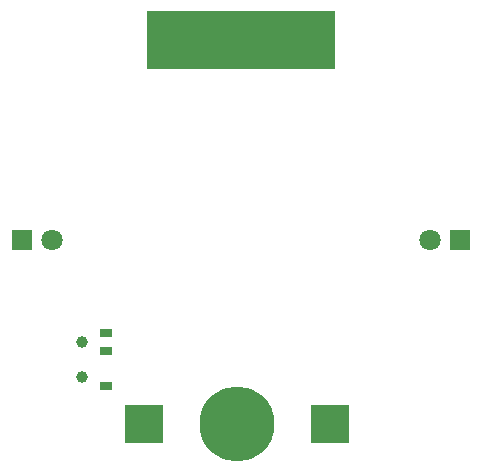
<source format=gbr>
G04 #@! TF.FileFunction,Soldermask,Bot*
%FSLAX46Y46*%
G04 Gerber Fmt 4.6, Leading zero omitted, Abs format (unit mm)*
G04 Created by KiCad (PCBNEW 4.0.7) date 05/04/18 14:02:44*
%MOMM*%
%LPD*%
G01*
G04 APERTURE LIST*
%ADD10C,0.076200*%
%ADD11R,1.800000X1.800000*%
%ADD12C,1.800000*%
%ADD13R,16.000000X5.000000*%
%ADD14R,1.000000X0.700000*%
%ADD15C,1.000000*%
%ADD16R,3.175000X3.175000*%
%ADD17C,6.350000*%
G04 APERTURE END LIST*
D10*
D11*
X154432003Y-78740000D03*
D12*
X151892003Y-78740000D03*
D11*
X117348000Y-78740000D03*
D12*
X119888000Y-78740000D03*
D13*
X135890000Y-61849000D03*
D14*
X124428000Y-91150000D03*
X124428000Y-88150000D03*
X124428000Y-86650000D03*
D15*
X122428000Y-90400000D03*
X122428000Y-87400000D03*
D16*
X143383000Y-94361000D03*
X127635000Y-94361000D03*
D17*
X135509000Y-94361000D03*
M02*

</source>
